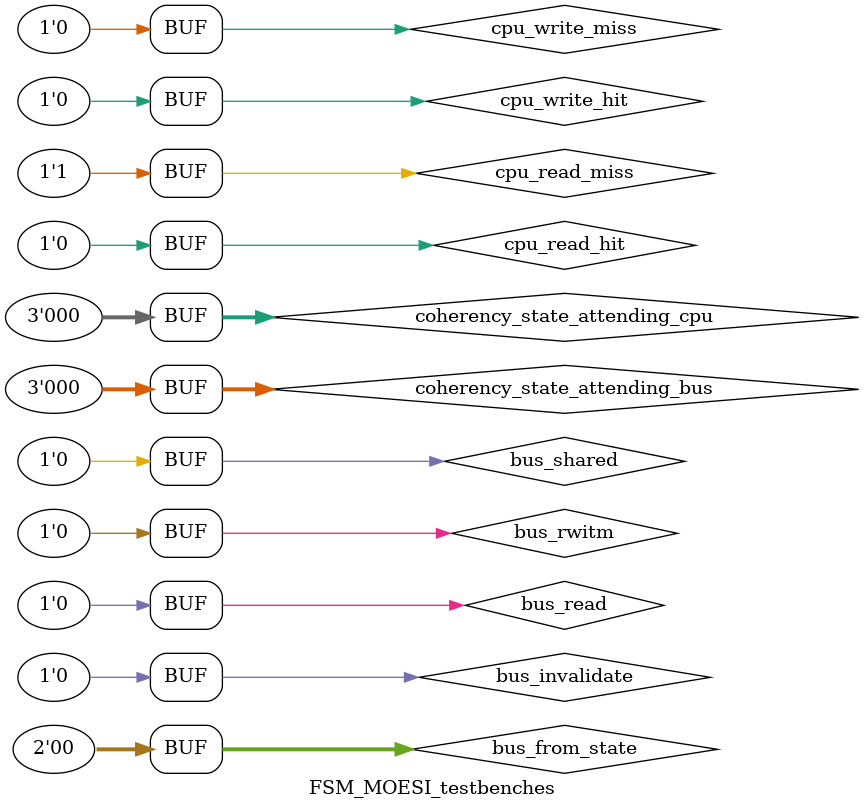
<source format=v>
module FSM_MOESI_testbenches();
	parameter FROM_M=3'b001, FROM_O=3'b011, FROM_E=3'b100, FROM_MEM=3'b101;
	parameter INVALID=3'b000, MODIFIED=3'b001, SHARED=3'b010, OWNED=3'b011, EXCLUSIVE=3'b100;

	reg [2:0] coherency_state_attending_cpu;
	reg cpu_write_hit, cpu_read_hit;//crh has not an actual meaning
	reg cpu_write_miss, cpu_read_miss;

	reg [2:0] coherency_state_attending_bus;
	reg [1:0] bus_from_state;//from (M|O|E|MM)
	reg bus_read;
	reg bus_rwitm; // read miss but "read with intention to modify"
	reg bus_invalidate;
	reg bus_shared;
	//--
	wire [2:0] cpu_next_state;

	wire read;
	wire rwitm;
	wire invalidate;
	wire shared;
	wire abort_mem_access_next;//intervention

	initial begin
		#0
		coherency_state_attending_cpu <= INVALID;
		cpu_write_hit <= 0;
		cpu_read_hit <= 0;
		cpu_write_miss <= 0;
		cpu_read_miss <= 1'b1;
		coherency_state_attending_bus <= INVALID;
		bus_from_state <= INVALID;
		bus_read <= 0;
		bus_rwitm <= 0;
		bus_invalidate <= 0;
		bus_shared <= 0;
		// #10
		// your stuff
	end

	FSM_MOESI_controler TEST(
		.coherency_state_attending_cpu(coherency_state_attending_cpu),
		.cpu_write_hit(cpu_write_hit),
		.cpu_read_hit(cpu_read_hit),
		.cpu_write_miss(cpu_write_miss),
		.cpu_read_miss(cpu_read_miss),

		.coherency_state_attending_bus(coherency_state_attending_bus),
		.bus_from_state(bus_from_state),
		.bus_read(bus_read),
		.bus_rwitm(bus_rwitm),
		.bus_invalidate(bus_invalidate),
		.bus_shared(bus_shared),
		//--
		.cpu_next_state(cpu_next_state),

		.read(read),
		.rwitm(rwitm),
		.invalidate(invalidate),
		.shared(shared),
		.abort_mem_access_next(abort_mem_access_next)
	);
endmodule
</source>
